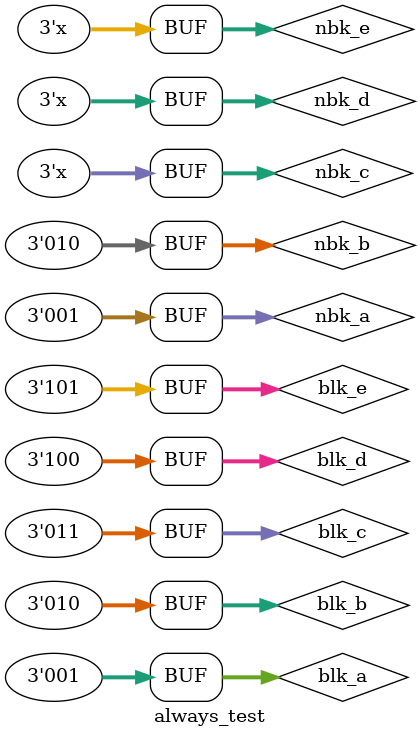
<source format=v>
module always_test;
    reg [2:0] blk_a, blk_b, blk_c, blk_d, blk_e;
    reg [2:0] nbk_a, nbk_b, nbk_c, nbk_d, nbk_e;

    initial begin
        blk_a = 0; nbk_a = 0;
        #10;
        blk_a = 1; nbk_a = 1;
        #10;
    end

    //always @* begin
    always @(blk_a) begin
        blk_b = blk_a + 1;
        blk_c = blk_b + 1;
        blk_d = blk_c + 1;
        blk_e = blk_d + 1;
    end

    //always @* begin
    always @(nbk_a) begin
        nbk_b <= nbk_a + 1;
        nbk_c <= nbk_b + 1;
        nbk_d <= nbk_c + 1;
        nbk_e <= nbk_d + 1;
    end

    initial begin
        $dumpfile("wave.vcd");
        $dumpvars(0, always_test);
    end
    
endmodule
</source>
